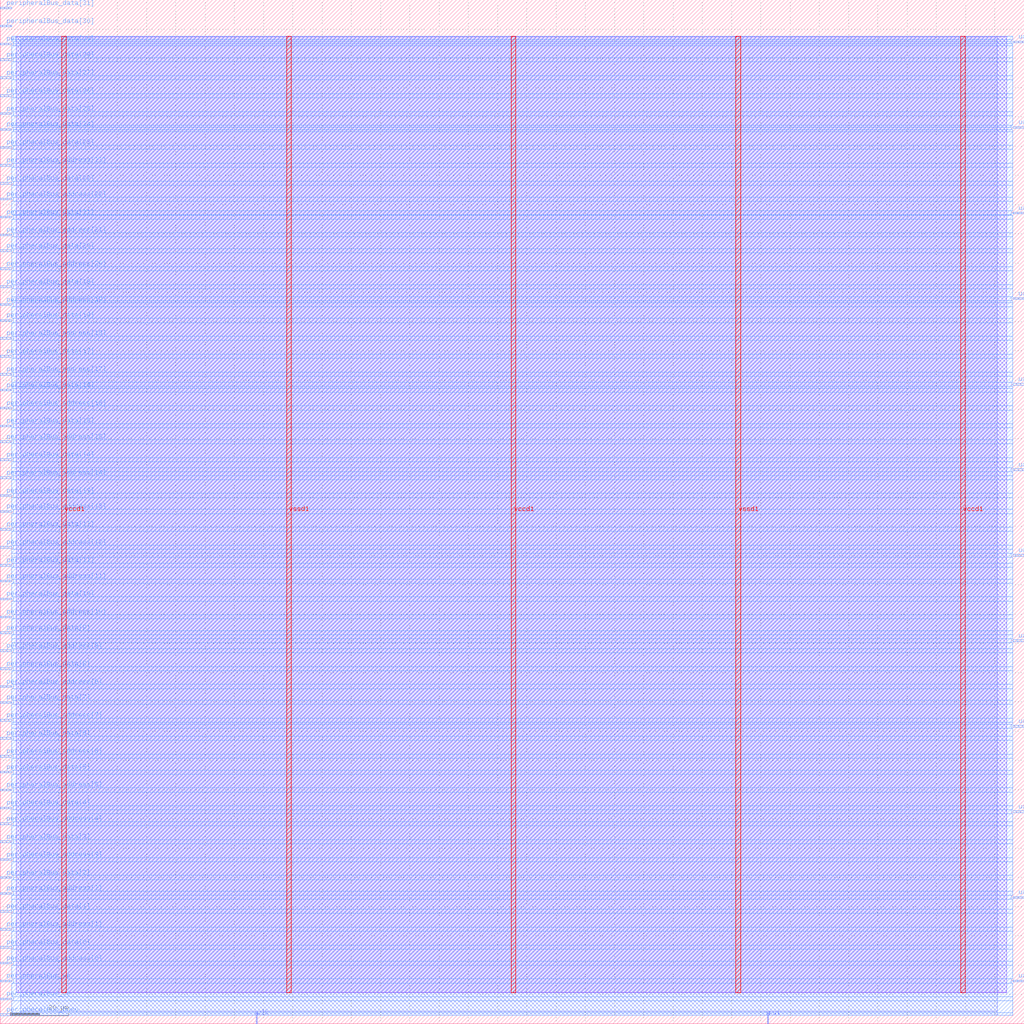
<source format=lef>
VERSION 5.7 ;
  NOWIREEXTENSIONATPIN ON ;
  DIVIDERCHAR "/" ;
  BUSBITCHARS "[]" ;
MACRO UART
  CLASS BLOCK ;
  FOREIGN UART ;
  ORIGIN 0.000 0.000 ;
  SIZE 350.000 BY 350.000 ;
  PIN clk
    DIRECTION INPUT ;
    USE SIGNAL ;
    PORT
      LAYER met2 ;
        RECT 87.490 0.000 87.770 4.000 ;
    END
  END clk
  PIN peripheralBus_address[0]
    DIRECTION INPUT ;
    USE SIGNAL ;
    PORT
      LAYER met3 ;
        RECT 0.000 20.440 4.000 21.040 ;
    END
  END peripheralBus_address[0]
  PIN peripheralBus_address[10]
    DIRECTION INPUT ;
    USE SIGNAL ;
    PORT
      LAYER met3 ;
        RECT 0.000 138.760 4.000 139.360 ;
    END
  END peripheralBus_address[10]
  PIN peripheralBus_address[11]
    DIRECTION INPUT ;
    USE SIGNAL ;
    PORT
      LAYER met3 ;
        RECT 0.000 151.000 4.000 151.600 ;
    END
  END peripheralBus_address[11]
  PIN peripheralBus_address[12]
    DIRECTION INPUT ;
    USE SIGNAL ;
    PORT
      LAYER met3 ;
        RECT 0.000 162.560 4.000 163.160 ;
    END
  END peripheralBus_address[12]
  PIN peripheralBus_address[13]
    DIRECTION INPUT ;
    USE SIGNAL ;
    PORT
      LAYER met3 ;
        RECT 0.000 174.800 4.000 175.400 ;
    END
  END peripheralBus_address[13]
  PIN peripheralBus_address[14]
    DIRECTION INPUT ;
    USE SIGNAL ;
    PORT
      LAYER met3 ;
        RECT 0.000 186.360 4.000 186.960 ;
    END
  END peripheralBus_address[14]
  PIN peripheralBus_address[15]
    DIRECTION INPUT ;
    USE SIGNAL ;
    PORT
      LAYER met3 ;
        RECT 0.000 198.600 4.000 199.200 ;
    END
  END peripheralBus_address[15]
  PIN peripheralBus_address[16]
    DIRECTION INPUT ;
    USE SIGNAL ;
    PORT
      LAYER met3 ;
        RECT 0.000 210.160 4.000 210.760 ;
    END
  END peripheralBus_address[16]
  PIN peripheralBus_address[17]
    DIRECTION INPUT ;
    USE SIGNAL ;
    PORT
      LAYER met3 ;
        RECT 0.000 221.720 4.000 222.320 ;
    END
  END peripheralBus_address[17]
  PIN peripheralBus_address[18]
    DIRECTION INPUT ;
    USE SIGNAL ;
    PORT
      LAYER met3 ;
        RECT 0.000 233.960 4.000 234.560 ;
    END
  END peripheralBus_address[18]
  PIN peripheralBus_address[19]
    DIRECTION INPUT ;
    USE SIGNAL ;
    PORT
      LAYER met3 ;
        RECT 0.000 245.520 4.000 246.120 ;
    END
  END peripheralBus_address[19]
  PIN peripheralBus_address[1]
    DIRECTION INPUT ;
    USE SIGNAL ;
    PORT
      LAYER met3 ;
        RECT 0.000 32.000 4.000 32.600 ;
    END
  END peripheralBus_address[1]
  PIN peripheralBus_address[20]
    DIRECTION INPUT ;
    USE SIGNAL ;
    PORT
      LAYER met3 ;
        RECT 0.000 257.760 4.000 258.360 ;
    END
  END peripheralBus_address[20]
  PIN peripheralBus_address[21]
    DIRECTION INPUT ;
    USE SIGNAL ;
    PORT
      LAYER met3 ;
        RECT 0.000 269.320 4.000 269.920 ;
    END
  END peripheralBus_address[21]
  PIN peripheralBus_address[22]
    DIRECTION INPUT ;
    USE SIGNAL ;
    PORT
      LAYER met3 ;
        RECT 0.000 281.560 4.000 282.160 ;
    END
  END peripheralBus_address[22]
  PIN peripheralBus_address[23]
    DIRECTION INPUT ;
    USE SIGNAL ;
    PORT
      LAYER met3 ;
        RECT 0.000 293.120 4.000 293.720 ;
    END
  END peripheralBus_address[23]
  PIN peripheralBus_address[2]
    DIRECTION INPUT ;
    USE SIGNAL ;
    PORT
      LAYER met3 ;
        RECT 0.000 44.240 4.000 44.840 ;
    END
  END peripheralBus_address[2]
  PIN peripheralBus_address[3]
    DIRECTION INPUT ;
    USE SIGNAL ;
    PORT
      LAYER met3 ;
        RECT 0.000 55.800 4.000 56.400 ;
    END
  END peripheralBus_address[3]
  PIN peripheralBus_address[4]
    DIRECTION INPUT ;
    USE SIGNAL ;
    PORT
      LAYER met3 ;
        RECT 0.000 68.040 4.000 68.640 ;
    END
  END peripheralBus_address[4]
  PIN peripheralBus_address[5]
    DIRECTION INPUT ;
    USE SIGNAL ;
    PORT
      LAYER met3 ;
        RECT 0.000 79.600 4.000 80.200 ;
    END
  END peripheralBus_address[5]
  PIN peripheralBus_address[6]
    DIRECTION INPUT ;
    USE SIGNAL ;
    PORT
      LAYER met3 ;
        RECT 0.000 91.160 4.000 91.760 ;
    END
  END peripheralBus_address[6]
  PIN peripheralBus_address[7]
    DIRECTION INPUT ;
    USE SIGNAL ;
    PORT
      LAYER met3 ;
        RECT 0.000 103.400 4.000 104.000 ;
    END
  END peripheralBus_address[7]
  PIN peripheralBus_address[8]
    DIRECTION INPUT ;
    USE SIGNAL ;
    PORT
      LAYER met3 ;
        RECT 0.000 114.960 4.000 115.560 ;
    END
  END peripheralBus_address[8]
  PIN peripheralBus_address[9]
    DIRECTION INPUT ;
    USE SIGNAL ;
    PORT
      LAYER met3 ;
        RECT 0.000 127.200 4.000 127.800 ;
    END
  END peripheralBus_address[9]
  PIN peripheralBus_busy
    DIRECTION OUTPUT TRISTATE ;
    USE SIGNAL ;
    PORT
      LAYER met3 ;
        RECT 0.000 2.760 4.000 3.360 ;
    END
  END peripheralBus_busy
  PIN peripheralBus_data[0]
    DIRECTION INOUT ;
    USE SIGNAL ;
    PORT
      LAYER met3 ;
        RECT 0.000 25.880 4.000 26.480 ;
    END
  END peripheralBus_data[0]
  PIN peripheralBus_data[10]
    DIRECTION INOUT ;
    USE SIGNAL ;
    PORT
      LAYER met3 ;
        RECT 0.000 144.880 4.000 145.480 ;
    END
  END peripheralBus_data[10]
  PIN peripheralBus_data[11]
    DIRECTION INOUT ;
    USE SIGNAL ;
    PORT
      LAYER met3 ;
        RECT 0.000 156.440 4.000 157.040 ;
    END
  END peripheralBus_data[11]
  PIN peripheralBus_data[12]
    DIRECTION INOUT ;
    USE SIGNAL ;
    PORT
      LAYER met3 ;
        RECT 0.000 168.680 4.000 169.280 ;
    END
  END peripheralBus_data[12]
  PIN peripheralBus_data[13]
    DIRECTION INOUT ;
    USE SIGNAL ;
    PORT
      LAYER met3 ;
        RECT 0.000 180.240 4.000 180.840 ;
    END
  END peripheralBus_data[13]
  PIN peripheralBus_data[14]
    DIRECTION INOUT ;
    USE SIGNAL ;
    PORT
      LAYER met3 ;
        RECT 0.000 192.480 4.000 193.080 ;
    END
  END peripheralBus_data[14]
  PIN peripheralBus_data[15]
    DIRECTION INOUT ;
    USE SIGNAL ;
    PORT
      LAYER met3 ;
        RECT 0.000 204.040 4.000 204.640 ;
    END
  END peripheralBus_data[15]
  PIN peripheralBus_data[16]
    DIRECTION INOUT ;
    USE SIGNAL ;
    PORT
      LAYER met3 ;
        RECT 0.000 216.280 4.000 216.880 ;
    END
  END peripheralBus_data[16]
  PIN peripheralBus_data[17]
    DIRECTION INOUT ;
    USE SIGNAL ;
    PORT
      LAYER met3 ;
        RECT 0.000 227.840 4.000 228.440 ;
    END
  END peripheralBus_data[17]
  PIN peripheralBus_data[18]
    DIRECTION INOUT ;
    USE SIGNAL ;
    PORT
      LAYER met3 ;
        RECT 0.000 240.080 4.000 240.680 ;
    END
  END peripheralBus_data[18]
  PIN peripheralBus_data[19]
    DIRECTION INOUT ;
    USE SIGNAL ;
    PORT
      LAYER met3 ;
        RECT 0.000 251.640 4.000 252.240 ;
    END
  END peripheralBus_data[19]
  PIN peripheralBus_data[1]
    DIRECTION INOUT ;
    USE SIGNAL ;
    PORT
      LAYER met3 ;
        RECT 0.000 38.120 4.000 38.720 ;
    END
  END peripheralBus_data[1]
  PIN peripheralBus_data[20]
    DIRECTION INOUT ;
    USE SIGNAL ;
    PORT
      LAYER met3 ;
        RECT 0.000 263.880 4.000 264.480 ;
    END
  END peripheralBus_data[20]
  PIN peripheralBus_data[21]
    DIRECTION INOUT ;
    USE SIGNAL ;
    PORT
      LAYER met3 ;
        RECT 0.000 275.440 4.000 276.040 ;
    END
  END peripheralBus_data[21]
  PIN peripheralBus_data[22]
    DIRECTION INOUT ;
    USE SIGNAL ;
    PORT
      LAYER met3 ;
        RECT 0.000 287.000 4.000 287.600 ;
    END
  END peripheralBus_data[22]
  PIN peripheralBus_data[23]
    DIRECTION INOUT ;
    USE SIGNAL ;
    PORT
      LAYER met3 ;
        RECT 0.000 299.240 4.000 299.840 ;
    END
  END peripheralBus_data[23]
  PIN peripheralBus_data[24]
    DIRECTION INOUT ;
    USE SIGNAL ;
    PORT
      LAYER met3 ;
        RECT 0.000 305.360 4.000 305.960 ;
    END
  END peripheralBus_data[24]
  PIN peripheralBus_data[25]
    DIRECTION INOUT ;
    USE SIGNAL ;
    PORT
      LAYER met3 ;
        RECT 0.000 310.800 4.000 311.400 ;
    END
  END peripheralBus_data[25]
  PIN peripheralBus_data[26]
    DIRECTION INOUT ;
    USE SIGNAL ;
    PORT
      LAYER met3 ;
        RECT 0.000 316.920 4.000 317.520 ;
    END
  END peripheralBus_data[26]
  PIN peripheralBus_data[27]
    DIRECTION INOUT ;
    USE SIGNAL ;
    PORT
      LAYER met3 ;
        RECT 0.000 323.040 4.000 323.640 ;
    END
  END peripheralBus_data[27]
  PIN peripheralBus_data[28]
    DIRECTION INOUT ;
    USE SIGNAL ;
    PORT
      LAYER met3 ;
        RECT 0.000 329.160 4.000 329.760 ;
    END
  END peripheralBus_data[28]
  PIN peripheralBus_data[29]
    DIRECTION INOUT ;
    USE SIGNAL ;
    PORT
      LAYER met3 ;
        RECT 0.000 334.600 4.000 335.200 ;
    END
  END peripheralBus_data[29]
  PIN peripheralBus_data[2]
    DIRECTION INOUT ;
    USE SIGNAL ;
    PORT
      LAYER met3 ;
        RECT 0.000 49.680 4.000 50.280 ;
    END
  END peripheralBus_data[2]
  PIN peripheralBus_data[30]
    DIRECTION INOUT ;
    USE SIGNAL ;
    PORT
      LAYER met3 ;
        RECT 0.000 340.720 4.000 341.320 ;
    END
  END peripheralBus_data[30]
  PIN peripheralBus_data[31]
    DIRECTION INOUT ;
    USE SIGNAL ;
    PORT
      LAYER met3 ;
        RECT 0.000 346.840 4.000 347.440 ;
    END
  END peripheralBus_data[31]
  PIN peripheralBus_data[3]
    DIRECTION INOUT ;
    USE SIGNAL ;
    PORT
      LAYER met3 ;
        RECT 0.000 61.920 4.000 62.520 ;
    END
  END peripheralBus_data[3]
  PIN peripheralBus_data[4]
    DIRECTION INOUT ;
    USE SIGNAL ;
    PORT
      LAYER met3 ;
        RECT 0.000 73.480 4.000 74.080 ;
    END
  END peripheralBus_data[4]
  PIN peripheralBus_data[5]
    DIRECTION INOUT ;
    USE SIGNAL ;
    PORT
      LAYER met3 ;
        RECT 0.000 85.720 4.000 86.320 ;
    END
  END peripheralBus_data[5]
  PIN peripheralBus_data[6]
    DIRECTION INOUT ;
    USE SIGNAL ;
    PORT
      LAYER met3 ;
        RECT 0.000 97.280 4.000 97.880 ;
    END
  END peripheralBus_data[6]
  PIN peripheralBus_data[7]
    DIRECTION INOUT ;
    USE SIGNAL ;
    PORT
      LAYER met3 ;
        RECT 0.000 109.520 4.000 110.120 ;
    END
  END peripheralBus_data[7]
  PIN peripheralBus_data[8]
    DIRECTION INOUT ;
    USE SIGNAL ;
    PORT
      LAYER met3 ;
        RECT 0.000 121.080 4.000 121.680 ;
    END
  END peripheralBus_data[8]
  PIN peripheralBus_data[9]
    DIRECTION INOUT ;
    USE SIGNAL ;
    PORT
      LAYER met3 ;
        RECT 0.000 133.320 4.000 133.920 ;
    END
  END peripheralBus_data[9]
  PIN peripheralBus_oe
    DIRECTION INPUT ;
    USE SIGNAL ;
    PORT
      LAYER met3 ;
        RECT 0.000 8.200 4.000 8.800 ;
    END
  END peripheralBus_oe
  PIN peripheralBus_we
    DIRECTION INPUT ;
    USE SIGNAL ;
    PORT
      LAYER met3 ;
        RECT 0.000 14.320 4.000 14.920 ;
    END
  END peripheralBus_we
  PIN rst
    DIRECTION INPUT ;
    USE SIGNAL ;
    PORT
      LAYER met2 ;
        RECT 262.290 0.000 262.570 4.000 ;
    END
  END rst
  PIN uart_en[0]
    DIRECTION OUTPUT TRISTATE ;
    USE SIGNAL ;
    PORT
      LAYER met3 ;
        RECT 346.000 14.320 350.000 14.920 ;
    END
  END uart_en[0]
  PIN uart_en[1]
    DIRECTION OUTPUT TRISTATE ;
    USE SIGNAL ;
    PORT
      LAYER met3 ;
        RECT 346.000 101.360 350.000 101.960 ;
    END
  END uart_en[1]
  PIN uart_en[2]
    DIRECTION OUTPUT TRISTATE ;
    USE SIGNAL ;
    PORT
      LAYER met3 ;
        RECT 346.000 189.080 350.000 189.680 ;
    END
  END uart_en[2]
  PIN uart_en[3]
    DIRECTION OUTPUT TRISTATE ;
    USE SIGNAL ;
    PORT
      LAYER met3 ;
        RECT 346.000 276.800 350.000 277.400 ;
    END
  END uart_en[3]
  PIN uart_rx[0]
    DIRECTION OUTPUT TRISTATE ;
    USE SIGNAL ;
    PORT
      LAYER met3 ;
        RECT 346.000 42.880 350.000 43.480 ;
    END
  END uart_rx[0]
  PIN uart_rx[1]
    DIRECTION OUTPUT TRISTATE ;
    USE SIGNAL ;
    PORT
      LAYER met3 ;
        RECT 346.000 130.600 350.000 131.200 ;
    END
  END uart_rx[1]
  PIN uart_rx[2]
    DIRECTION OUTPUT TRISTATE ;
    USE SIGNAL ;
    PORT
      LAYER met3 ;
        RECT 346.000 218.320 350.000 218.920 ;
    END
  END uart_rx[2]
  PIN uart_rx[3]
    DIRECTION OUTPUT TRISTATE ;
    USE SIGNAL ;
    PORT
      LAYER met3 ;
        RECT 346.000 306.040 350.000 306.640 ;
    END
  END uart_rx[3]
  PIN uart_tx[0]
    DIRECTION OUTPUT TRISTATE ;
    USE SIGNAL ;
    PORT
      LAYER met3 ;
        RECT 346.000 72.120 350.000 72.720 ;
    END
  END uart_tx[0]
  PIN uart_tx[1]
    DIRECTION OUTPUT TRISTATE ;
    USE SIGNAL ;
    PORT
      LAYER met3 ;
        RECT 346.000 159.840 350.000 160.440 ;
    END
  END uart_tx[1]
  PIN uart_tx[2]
    DIRECTION OUTPUT TRISTATE ;
    USE SIGNAL ;
    PORT
      LAYER met3 ;
        RECT 346.000 247.560 350.000 248.160 ;
    END
  END uart_tx[2]
  PIN uart_tx[3]
    DIRECTION OUTPUT TRISTATE ;
    USE SIGNAL ;
    PORT
      LAYER met3 ;
        RECT 346.000 335.280 350.000 335.880 ;
    END
  END uart_tx[3]
  PIN vccd1
    DIRECTION INPUT ;
    USE POWER ;
    PORT
      LAYER met4 ;
        RECT 21.040 10.640 22.640 337.520 ;
    END
    PORT
      LAYER met4 ;
        RECT 174.640 10.640 176.240 337.520 ;
    END
    PORT
      LAYER met4 ;
        RECT 328.240 10.640 329.840 337.520 ;
    END
  END vccd1
  PIN vssd1
    DIRECTION INPUT ;
    USE GROUND ;
    PORT
      LAYER met4 ;
        RECT 97.840 10.640 99.440 337.520 ;
    END
    PORT
      LAYER met4 ;
        RECT 251.440 10.640 253.040 337.520 ;
    END
  END vssd1
  OBS
      LAYER li1 ;
        RECT 5.520 10.795 344.080 337.365 ;
      LAYER met1 ;
        RECT 5.520 10.640 344.080 337.520 ;
      LAYER met2 ;
        RECT 6.990 4.280 340.770 337.520 ;
        RECT 6.990 2.875 87.210 4.280 ;
        RECT 88.050 2.875 262.010 4.280 ;
        RECT 262.850 2.875 340.770 4.280 ;
      LAYER met3 ;
        RECT 4.000 336.280 346.000 337.445 ;
        RECT 4.000 335.600 345.600 336.280 ;
        RECT 4.400 334.880 345.600 335.600 ;
        RECT 4.400 334.200 346.000 334.880 ;
        RECT 4.000 330.160 346.000 334.200 ;
        RECT 4.400 328.760 346.000 330.160 ;
        RECT 4.000 324.040 346.000 328.760 ;
        RECT 4.400 322.640 346.000 324.040 ;
        RECT 4.000 317.920 346.000 322.640 ;
        RECT 4.400 316.520 346.000 317.920 ;
        RECT 4.000 311.800 346.000 316.520 ;
        RECT 4.400 310.400 346.000 311.800 ;
        RECT 4.000 307.040 346.000 310.400 ;
        RECT 4.000 306.360 345.600 307.040 ;
        RECT 4.400 305.640 345.600 306.360 ;
        RECT 4.400 304.960 346.000 305.640 ;
        RECT 4.000 300.240 346.000 304.960 ;
        RECT 4.400 298.840 346.000 300.240 ;
        RECT 4.000 294.120 346.000 298.840 ;
        RECT 4.400 292.720 346.000 294.120 ;
        RECT 4.000 288.000 346.000 292.720 ;
        RECT 4.400 286.600 346.000 288.000 ;
        RECT 4.000 282.560 346.000 286.600 ;
        RECT 4.400 281.160 346.000 282.560 ;
        RECT 4.000 277.800 346.000 281.160 ;
        RECT 4.000 276.440 345.600 277.800 ;
        RECT 4.400 276.400 345.600 276.440 ;
        RECT 4.400 275.040 346.000 276.400 ;
        RECT 4.000 270.320 346.000 275.040 ;
        RECT 4.400 268.920 346.000 270.320 ;
        RECT 4.000 264.880 346.000 268.920 ;
        RECT 4.400 263.480 346.000 264.880 ;
        RECT 4.000 258.760 346.000 263.480 ;
        RECT 4.400 257.360 346.000 258.760 ;
        RECT 4.000 252.640 346.000 257.360 ;
        RECT 4.400 251.240 346.000 252.640 ;
        RECT 4.000 248.560 346.000 251.240 ;
        RECT 4.000 247.160 345.600 248.560 ;
        RECT 4.000 246.520 346.000 247.160 ;
        RECT 4.400 245.120 346.000 246.520 ;
        RECT 4.000 241.080 346.000 245.120 ;
        RECT 4.400 239.680 346.000 241.080 ;
        RECT 4.000 234.960 346.000 239.680 ;
        RECT 4.400 233.560 346.000 234.960 ;
        RECT 4.000 228.840 346.000 233.560 ;
        RECT 4.400 227.440 346.000 228.840 ;
        RECT 4.000 222.720 346.000 227.440 ;
        RECT 4.400 221.320 346.000 222.720 ;
        RECT 4.000 219.320 346.000 221.320 ;
        RECT 4.000 217.920 345.600 219.320 ;
        RECT 4.000 217.280 346.000 217.920 ;
        RECT 4.400 215.880 346.000 217.280 ;
        RECT 4.000 211.160 346.000 215.880 ;
        RECT 4.400 209.760 346.000 211.160 ;
        RECT 4.000 205.040 346.000 209.760 ;
        RECT 4.400 203.640 346.000 205.040 ;
        RECT 4.000 199.600 346.000 203.640 ;
        RECT 4.400 198.200 346.000 199.600 ;
        RECT 4.000 193.480 346.000 198.200 ;
        RECT 4.400 192.080 346.000 193.480 ;
        RECT 4.000 190.080 346.000 192.080 ;
        RECT 4.000 188.680 345.600 190.080 ;
        RECT 4.000 187.360 346.000 188.680 ;
        RECT 4.400 185.960 346.000 187.360 ;
        RECT 4.000 181.240 346.000 185.960 ;
        RECT 4.400 179.840 346.000 181.240 ;
        RECT 4.000 175.800 346.000 179.840 ;
        RECT 4.400 174.400 346.000 175.800 ;
        RECT 4.000 169.680 346.000 174.400 ;
        RECT 4.400 168.280 346.000 169.680 ;
        RECT 4.000 163.560 346.000 168.280 ;
        RECT 4.400 162.160 346.000 163.560 ;
        RECT 4.000 160.840 346.000 162.160 ;
        RECT 4.000 159.440 345.600 160.840 ;
        RECT 4.000 157.440 346.000 159.440 ;
        RECT 4.400 156.040 346.000 157.440 ;
        RECT 4.000 152.000 346.000 156.040 ;
        RECT 4.400 150.600 346.000 152.000 ;
        RECT 4.000 145.880 346.000 150.600 ;
        RECT 4.400 144.480 346.000 145.880 ;
        RECT 4.000 139.760 346.000 144.480 ;
        RECT 4.400 138.360 346.000 139.760 ;
        RECT 4.000 134.320 346.000 138.360 ;
        RECT 4.400 132.920 346.000 134.320 ;
        RECT 4.000 131.600 346.000 132.920 ;
        RECT 4.000 130.200 345.600 131.600 ;
        RECT 4.000 128.200 346.000 130.200 ;
        RECT 4.400 126.800 346.000 128.200 ;
        RECT 4.000 122.080 346.000 126.800 ;
        RECT 4.400 120.680 346.000 122.080 ;
        RECT 4.000 115.960 346.000 120.680 ;
        RECT 4.400 114.560 346.000 115.960 ;
        RECT 4.000 110.520 346.000 114.560 ;
        RECT 4.400 109.120 346.000 110.520 ;
        RECT 4.000 104.400 346.000 109.120 ;
        RECT 4.400 103.000 346.000 104.400 ;
        RECT 4.000 102.360 346.000 103.000 ;
        RECT 4.000 100.960 345.600 102.360 ;
        RECT 4.000 98.280 346.000 100.960 ;
        RECT 4.400 96.880 346.000 98.280 ;
        RECT 4.000 92.160 346.000 96.880 ;
        RECT 4.400 90.760 346.000 92.160 ;
        RECT 4.000 86.720 346.000 90.760 ;
        RECT 4.400 85.320 346.000 86.720 ;
        RECT 4.000 80.600 346.000 85.320 ;
        RECT 4.400 79.200 346.000 80.600 ;
        RECT 4.000 74.480 346.000 79.200 ;
        RECT 4.400 73.120 346.000 74.480 ;
        RECT 4.400 73.080 345.600 73.120 ;
        RECT 4.000 71.720 345.600 73.080 ;
        RECT 4.000 69.040 346.000 71.720 ;
        RECT 4.400 67.640 346.000 69.040 ;
        RECT 4.000 62.920 346.000 67.640 ;
        RECT 4.400 61.520 346.000 62.920 ;
        RECT 4.000 56.800 346.000 61.520 ;
        RECT 4.400 55.400 346.000 56.800 ;
        RECT 4.000 50.680 346.000 55.400 ;
        RECT 4.400 49.280 346.000 50.680 ;
        RECT 4.000 45.240 346.000 49.280 ;
        RECT 4.400 43.880 346.000 45.240 ;
        RECT 4.400 43.840 345.600 43.880 ;
        RECT 4.000 42.480 345.600 43.840 ;
        RECT 4.000 39.120 346.000 42.480 ;
        RECT 4.400 37.720 346.000 39.120 ;
        RECT 4.000 33.000 346.000 37.720 ;
        RECT 4.400 31.600 346.000 33.000 ;
        RECT 4.000 26.880 346.000 31.600 ;
        RECT 4.400 25.480 346.000 26.880 ;
        RECT 4.000 21.440 346.000 25.480 ;
        RECT 4.400 20.040 346.000 21.440 ;
        RECT 4.000 15.320 346.000 20.040 ;
        RECT 4.400 13.920 345.600 15.320 ;
        RECT 4.000 9.200 346.000 13.920 ;
        RECT 4.400 7.800 346.000 9.200 ;
        RECT 4.000 3.760 346.000 7.800 ;
        RECT 4.400 2.895 346.000 3.760 ;
  END
END UART
END LIBRARY


</source>
